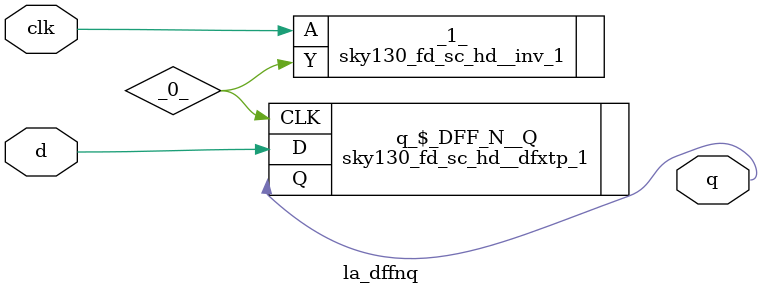
<source format=v>
/* Generated by Yosys 0.37 (git sha1 a5c7f69ed, clang 14.0.0-1ubuntu1.1 -fPIC -Os) */

module la_dffnq(d, clk, q);
  wire _0_;
  input clk;
  wire clk;
  input d;
  wire d;
  output q;
  wire q;
  sky130_fd_sc_hd__inv_1 _1_ (
    .A(clk),
    .Y(_0_)
  );
  sky130_fd_sc_hd__dfxtp_1 \q_$_DFF_N__Q  (
    .CLK(_0_),
    .D(d),
    .Q(q)
  );
endmodule

</source>
